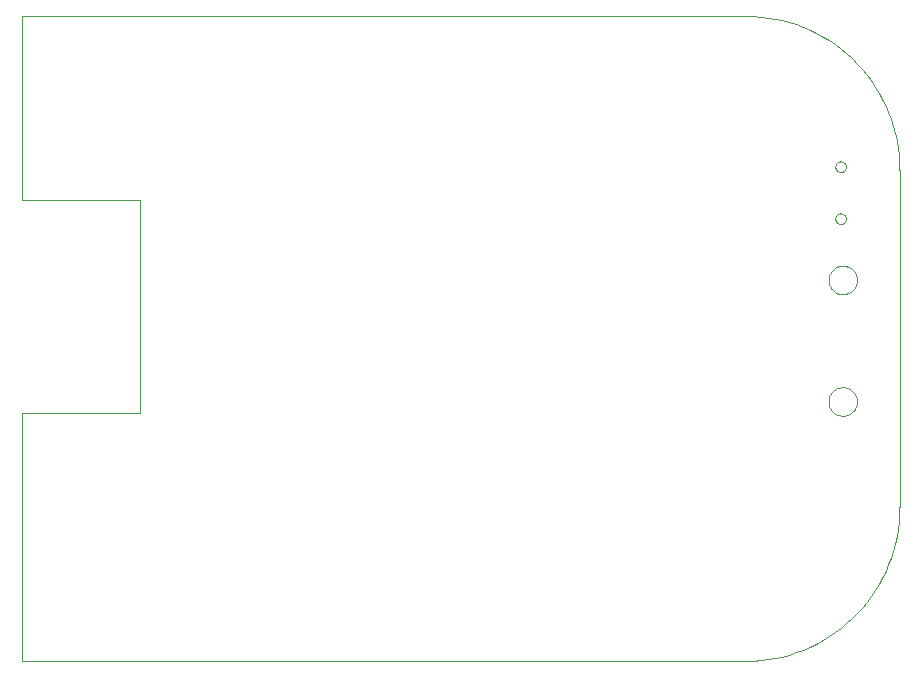
<source format=gko>
G75*
G70*
%OFA0B0*%
%FSLAX24Y24*%
%IPPOS*%
%LPD*%
%AMOC8*
5,1,8,0,0,1.08239X$1,22.5*
%
%ADD10C,0.0000*%
D10*
X006408Y002872D02*
X006408Y011140D01*
X010345Y011140D01*
X010345Y018227D01*
X006408Y018227D01*
X006408Y024369D01*
X030541Y024369D01*
X030541Y024368D02*
X030785Y024362D01*
X031027Y024345D01*
X031269Y024316D01*
X031510Y024276D01*
X031748Y024224D01*
X031983Y024161D01*
X032215Y024087D01*
X032443Y024001D01*
X032667Y023905D01*
X032886Y023799D01*
X033100Y023682D01*
X033308Y023556D01*
X033510Y023419D01*
X033705Y023273D01*
X033893Y023118D01*
X034073Y022954D01*
X034245Y022782D01*
X034409Y022602D01*
X034564Y022414D01*
X034710Y022219D01*
X034847Y022017D01*
X034973Y021809D01*
X035090Y021595D01*
X035196Y021376D01*
X035292Y021152D01*
X035378Y020924D01*
X035452Y020692D01*
X035515Y020457D01*
X035567Y020219D01*
X035607Y019978D01*
X035636Y019736D01*
X035653Y019494D01*
X035659Y019250D01*
X035660Y019250D02*
X035660Y007991D01*
X033295Y011517D02*
X033297Y011560D01*
X033303Y011603D01*
X033313Y011645D01*
X033326Y011686D01*
X033343Y011726D01*
X033364Y011764D01*
X033388Y011800D01*
X033416Y011833D01*
X033446Y011864D01*
X033479Y011892D01*
X033514Y011917D01*
X033551Y011939D01*
X033591Y011957D01*
X033631Y011971D01*
X033673Y011982D01*
X033716Y011989D01*
X033759Y011992D01*
X033802Y011991D01*
X033845Y011986D01*
X033888Y011977D01*
X033929Y011965D01*
X033969Y011948D01*
X034007Y011928D01*
X034044Y011905D01*
X034078Y011879D01*
X034110Y011849D01*
X034138Y011817D01*
X034164Y011782D01*
X034187Y011745D01*
X034206Y011706D01*
X034221Y011666D01*
X034233Y011624D01*
X034241Y011582D01*
X034245Y011539D01*
X034245Y011495D01*
X034241Y011452D01*
X034233Y011410D01*
X034221Y011368D01*
X034206Y011328D01*
X034187Y011289D01*
X034164Y011252D01*
X034138Y011217D01*
X034110Y011185D01*
X034078Y011155D01*
X034044Y011129D01*
X034008Y011106D01*
X033969Y011086D01*
X033929Y011069D01*
X033888Y011057D01*
X033845Y011048D01*
X033802Y011043D01*
X033759Y011042D01*
X033716Y011045D01*
X033673Y011052D01*
X033631Y011063D01*
X033591Y011077D01*
X033551Y011095D01*
X033514Y011117D01*
X033479Y011142D01*
X033446Y011170D01*
X033416Y011201D01*
X033388Y011234D01*
X033364Y011270D01*
X033343Y011308D01*
X033326Y011348D01*
X033313Y011389D01*
X033303Y011431D01*
X033297Y011474D01*
X033295Y011517D01*
X035659Y007991D02*
X035653Y007747D01*
X035636Y007505D01*
X035607Y007263D01*
X035567Y007022D01*
X035515Y006784D01*
X035452Y006549D01*
X035378Y006317D01*
X035292Y006089D01*
X035196Y005865D01*
X035090Y005646D01*
X034973Y005432D01*
X034847Y005224D01*
X034710Y005022D01*
X034564Y004827D01*
X034409Y004639D01*
X034245Y004459D01*
X034073Y004287D01*
X033893Y004123D01*
X033705Y003968D01*
X033510Y003822D01*
X033308Y003685D01*
X033100Y003559D01*
X032886Y003442D01*
X032667Y003336D01*
X032443Y003240D01*
X032215Y003154D01*
X031983Y003080D01*
X031748Y003017D01*
X031510Y002965D01*
X031269Y002925D01*
X031027Y002896D01*
X030785Y002879D01*
X030541Y002873D01*
X030541Y002872D02*
X006408Y002872D01*
X033295Y015567D02*
X033297Y015610D01*
X033303Y015653D01*
X033313Y015695D01*
X033326Y015736D01*
X033343Y015776D01*
X033364Y015814D01*
X033388Y015850D01*
X033416Y015883D01*
X033446Y015914D01*
X033479Y015942D01*
X033514Y015967D01*
X033551Y015989D01*
X033591Y016007D01*
X033631Y016021D01*
X033673Y016032D01*
X033716Y016039D01*
X033759Y016042D01*
X033802Y016041D01*
X033845Y016036D01*
X033888Y016027D01*
X033929Y016015D01*
X033969Y015998D01*
X034007Y015978D01*
X034044Y015955D01*
X034078Y015929D01*
X034110Y015899D01*
X034138Y015867D01*
X034164Y015832D01*
X034187Y015795D01*
X034206Y015756D01*
X034221Y015716D01*
X034233Y015674D01*
X034241Y015632D01*
X034245Y015589D01*
X034245Y015545D01*
X034241Y015502D01*
X034233Y015460D01*
X034221Y015418D01*
X034206Y015378D01*
X034187Y015339D01*
X034164Y015302D01*
X034138Y015267D01*
X034110Y015235D01*
X034078Y015205D01*
X034044Y015179D01*
X034008Y015156D01*
X033969Y015136D01*
X033929Y015119D01*
X033888Y015107D01*
X033845Y015098D01*
X033802Y015093D01*
X033759Y015092D01*
X033716Y015095D01*
X033673Y015102D01*
X033631Y015113D01*
X033591Y015127D01*
X033551Y015145D01*
X033514Y015167D01*
X033479Y015192D01*
X033446Y015220D01*
X033416Y015251D01*
X033388Y015284D01*
X033364Y015320D01*
X033343Y015358D01*
X033326Y015398D01*
X033313Y015439D01*
X033303Y015481D01*
X033297Y015524D01*
X033295Y015567D01*
X033522Y017609D02*
X033524Y017635D01*
X033530Y017661D01*
X033540Y017686D01*
X033553Y017709D01*
X033569Y017729D01*
X033589Y017747D01*
X033611Y017762D01*
X033634Y017774D01*
X033660Y017782D01*
X033686Y017786D01*
X033712Y017786D01*
X033738Y017782D01*
X033764Y017774D01*
X033788Y017762D01*
X033809Y017747D01*
X033829Y017729D01*
X033845Y017709D01*
X033858Y017686D01*
X033868Y017661D01*
X033874Y017635D01*
X033876Y017609D01*
X033874Y017583D01*
X033868Y017557D01*
X033858Y017532D01*
X033845Y017509D01*
X033829Y017489D01*
X033809Y017471D01*
X033787Y017456D01*
X033764Y017444D01*
X033738Y017436D01*
X033712Y017432D01*
X033686Y017432D01*
X033660Y017436D01*
X033634Y017444D01*
X033610Y017456D01*
X033589Y017471D01*
X033569Y017489D01*
X033553Y017509D01*
X033540Y017532D01*
X033530Y017557D01*
X033524Y017583D01*
X033522Y017609D01*
X033522Y019341D02*
X033524Y019367D01*
X033530Y019393D01*
X033540Y019418D01*
X033553Y019441D01*
X033569Y019461D01*
X033589Y019479D01*
X033611Y019494D01*
X033634Y019506D01*
X033660Y019514D01*
X033686Y019518D01*
X033712Y019518D01*
X033738Y019514D01*
X033764Y019506D01*
X033788Y019494D01*
X033809Y019479D01*
X033829Y019461D01*
X033845Y019441D01*
X033858Y019418D01*
X033868Y019393D01*
X033874Y019367D01*
X033876Y019341D01*
X033874Y019315D01*
X033868Y019289D01*
X033858Y019264D01*
X033845Y019241D01*
X033829Y019221D01*
X033809Y019203D01*
X033787Y019188D01*
X033764Y019176D01*
X033738Y019168D01*
X033712Y019164D01*
X033686Y019164D01*
X033660Y019168D01*
X033634Y019176D01*
X033610Y019188D01*
X033589Y019203D01*
X033569Y019221D01*
X033553Y019241D01*
X033540Y019264D01*
X033530Y019289D01*
X033524Y019315D01*
X033522Y019341D01*
M02*

</source>
